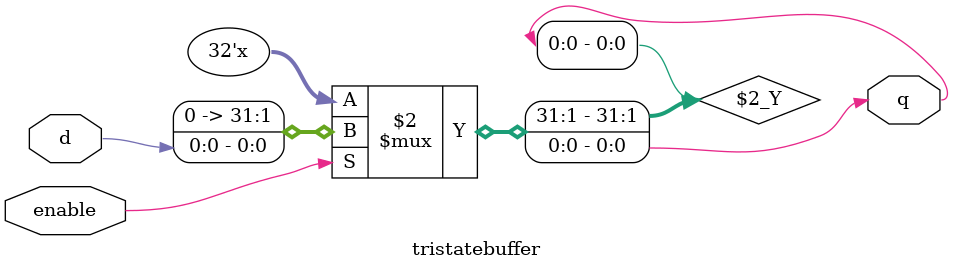
<source format=v>
module tristatebuffer
(
	input d,
	output q,
	input enable
);

assign q = enable? d : 'bz;

endmodule
</source>
